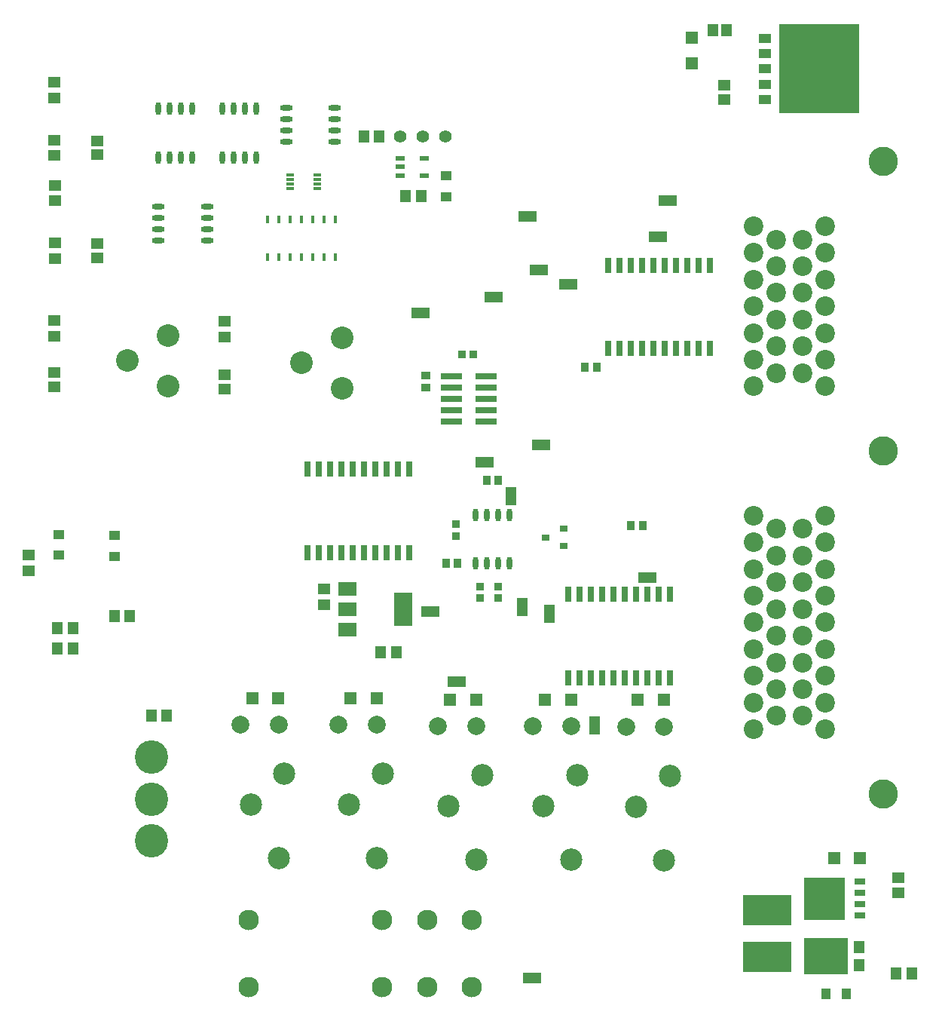
<source format=gbr>
%TF.GenerationSoftware,Altium Limited,Altium Designer,18.1.9 (240)*%
G04 Layer_Color=255*
%FSLAX26Y26*%
%MOIN*%
%TF.FileFunction,Pads,Top*%
%TF.Part,Single*%
G01*
G75*
%TA.AperFunction,SMDPad,CuDef*%
%ADD10O,0.057087X0.023622*%
%ADD11R,0.053937X0.042126*%
%ADD12R,0.053150X0.045276*%
%ADD13R,0.045276X0.053150*%
%ADD14R,0.051181X0.043307*%
%ADD15R,0.080709X0.045276*%
%ADD16R,0.045276X0.080709*%
%ADD17R,0.025591X0.068898*%
%ADD18R,0.035433X0.039370*%
%ADD19R,0.053150X0.057087*%
%ADD20R,0.094488X0.029921*%
%ADD21R,0.039370X0.035433*%
%ADD22R,0.033465X0.037402*%
%ADD23R,0.035433X0.031496*%
%ADD24R,0.037402X0.033465*%
%ADD25O,0.023622X0.057087*%
%ADD26R,0.035433X0.011811*%
%ADD27R,0.016535X0.035000*%
%ADD28R,0.039370X0.023622*%
%ADD29R,0.214567X0.137795*%
%ADD30R,0.043307X0.051181*%
%ADD31R,0.181102X0.185039*%
%ADD32R,0.045276X0.027559*%
%ADD33R,0.051181X0.057087*%
%ADD34R,0.192913X0.163386*%
%ADD35R,0.055118X0.051181*%
%ADD36R,0.057087X0.053150*%
%ADD37R,0.051181X0.055118*%
%ADD38R,0.078740X0.149606*%
%ADD39R,0.078740X0.059055*%
%ADD47R,0.354331X0.393701*%
%TA.AperFunction,ComponentPad*%
%ADD48C,0.147638*%
%ADD49C,0.090551*%
%ADD50C,0.098425*%
%ADD51C,0.078740*%
%ADD52C,0.129921*%
%ADD53C,0.086614*%
%ADD54C,0.100000*%
%ADD55C,0.055118*%
D10*
X8767283Y5525000D02*
D03*
Y5575000D02*
D03*
Y5425000D02*
D03*
Y5475000D02*
D03*
X8552717D02*
D03*
Y5575000D02*
D03*
Y5525000D02*
D03*
Y5425000D02*
D03*
X9117717Y6010000D02*
D03*
Y5960000D02*
D03*
Y5910000D02*
D03*
Y5860000D02*
D03*
X9332283Y6010000D02*
D03*
Y5960000D02*
D03*
Y5910000D02*
D03*
Y5860000D02*
D03*
D11*
X11233858Y6048189D02*
D03*
Y6115905D02*
D03*
Y6183622D02*
D03*
Y6251338D02*
D03*
Y6319055D02*
D03*
D12*
X7977165Y3965551D02*
D03*
Y4034449D02*
D03*
X9285000Y3884449D02*
D03*
Y3815551D02*
D03*
X11825000Y2609449D02*
D03*
Y2540551D02*
D03*
X8093000Y5869449D02*
D03*
Y5800551D02*
D03*
X8094000Y5414449D02*
D03*
Y5345551D02*
D03*
Y5669449D02*
D03*
Y5600551D02*
D03*
X8093000Y6124449D02*
D03*
Y6055551D02*
D03*
X8845000Y5067953D02*
D03*
Y4999055D02*
D03*
X8092000Y5071337D02*
D03*
Y5002439D02*
D03*
D13*
X8174449Y3710000D02*
D03*
X8105551D02*
D03*
X8426614Y3765000D02*
D03*
X8357717D02*
D03*
X8174449Y3620000D02*
D03*
X8105551D02*
D03*
X8520551Y3325000D02*
D03*
X8589449D02*
D03*
X9535551Y3605000D02*
D03*
X9604449D02*
D03*
X9529449Y5885000D02*
D03*
X9460551D02*
D03*
X9714449Y5620000D02*
D03*
X9645551D02*
D03*
X11884449Y2185000D02*
D03*
X11815551D02*
D03*
D14*
X8357165Y4029724D02*
D03*
Y4120276D02*
D03*
X8112165Y4034724D02*
D03*
Y4125276D02*
D03*
X9825000Y5710276D02*
D03*
Y5619724D02*
D03*
D15*
X10245000Y4520000D02*
D03*
X9870000Y3475000D02*
D03*
X10035000Y5175000D02*
D03*
X9710000Y5105000D02*
D03*
X10715000Y3935000D02*
D03*
X10185000Y5530000D02*
D03*
X9755000Y3785000D02*
D03*
X10235000Y5295000D02*
D03*
X10365000Y5230000D02*
D03*
X9995000Y4445000D02*
D03*
X10760000Y5440000D02*
D03*
X10805000Y5600000D02*
D03*
X10205000Y2165000D02*
D03*
D16*
X10160000Y3805000D02*
D03*
X10280000Y3775000D02*
D03*
X10480000Y3280276D02*
D03*
X10110000Y4295000D02*
D03*
D17*
X9660000Y4414055D02*
D03*
X9610000D02*
D03*
X9560000D02*
D03*
X9510000D02*
D03*
X9460000D02*
D03*
X9410000D02*
D03*
X9360000D02*
D03*
X9310000D02*
D03*
X9260000D02*
D03*
X9210000D02*
D03*
X9660000Y4045945D02*
D03*
X9610000D02*
D03*
X9560000D02*
D03*
X9510000D02*
D03*
X9460000D02*
D03*
X9410000D02*
D03*
X9360000D02*
D03*
X9310000D02*
D03*
X9260000D02*
D03*
X9210000D02*
D03*
X10365000Y3492284D02*
D03*
X10415000D02*
D03*
X10465000D02*
D03*
X10515000D02*
D03*
X10565000D02*
D03*
X10615000D02*
D03*
X10665000D02*
D03*
X10715000D02*
D03*
X10765000D02*
D03*
X10815000D02*
D03*
X10365000Y3860394D02*
D03*
X10415000D02*
D03*
X10465000D02*
D03*
X10515000D02*
D03*
X10565000D02*
D03*
X10615000D02*
D03*
X10665000D02*
D03*
X10715000D02*
D03*
X10765000D02*
D03*
X10815000D02*
D03*
X10540000Y4946890D02*
D03*
X10590000D02*
D03*
X10640000D02*
D03*
X10690000D02*
D03*
X10740000D02*
D03*
X10790000D02*
D03*
X10840000D02*
D03*
X10890000D02*
D03*
X10940000D02*
D03*
X10990000D02*
D03*
X10540000Y5315000D02*
D03*
X10590000D02*
D03*
X10640000D02*
D03*
X10690000D02*
D03*
X10740000D02*
D03*
X10790000D02*
D03*
X10840000D02*
D03*
X10890000D02*
D03*
X10940000D02*
D03*
X10990000D02*
D03*
D18*
X10641850Y4165834D02*
D03*
X10695000D02*
D03*
X10003425Y4365000D02*
D03*
X10056575D02*
D03*
X9876575Y3997717D02*
D03*
X9823425D02*
D03*
X10438425Y4865000D02*
D03*
X10491575D02*
D03*
D19*
X9083071Y3401299D02*
D03*
X8966929D02*
D03*
X9518071D02*
D03*
X9401929D02*
D03*
X9958071Y3395000D02*
D03*
X9841929D02*
D03*
X10788071D02*
D03*
X10671929D02*
D03*
X10378071D02*
D03*
X10261929D02*
D03*
X11540000Y2695000D02*
D03*
X11656142D02*
D03*
D20*
X10001772Y4625000D02*
D03*
X9848228D02*
D03*
X10001772Y4675000D02*
D03*
X9848228D02*
D03*
X10001772Y4725000D02*
D03*
X9848228D02*
D03*
X10001772Y4775000D02*
D03*
X9848228D02*
D03*
X10001772Y4825000D02*
D03*
X9848228D02*
D03*
D21*
X9735000Y4826575D02*
D03*
Y4773425D02*
D03*
D22*
X9945591Y4920000D02*
D03*
X9894409D02*
D03*
D23*
X10266260Y4112599D02*
D03*
X10345000Y4150000D02*
D03*
Y4075197D02*
D03*
D24*
X9866732Y4170591D02*
D03*
Y4119409D02*
D03*
X10055000Y3845000D02*
D03*
Y3896181D02*
D03*
X9975000Y3895591D02*
D03*
Y3844410D02*
D03*
D25*
X9955000Y3997717D02*
D03*
X10005000D02*
D03*
X10055000D02*
D03*
X10105000D02*
D03*
X9955000Y4212283D02*
D03*
X10005000D02*
D03*
X10055000D02*
D03*
X10105000D02*
D03*
X8700000Y6007283D02*
D03*
X8650000D02*
D03*
X8600000D02*
D03*
X8550000D02*
D03*
X8700000Y5792717D02*
D03*
X8650000D02*
D03*
X8600000D02*
D03*
X8550000D02*
D03*
X8985000Y6007283D02*
D03*
X8935000D02*
D03*
X8885000D02*
D03*
X8835000D02*
D03*
X8985000Y5792717D02*
D03*
X8935000D02*
D03*
X8885000D02*
D03*
X8835000D02*
D03*
D26*
X9256024Y5655472D02*
D03*
Y5675157D02*
D03*
Y5694842D02*
D03*
Y5714528D02*
D03*
X9133976Y5655472D02*
D03*
Y5675157D02*
D03*
Y5694842D02*
D03*
Y5714528D02*
D03*
D27*
X9035000Y5352106D02*
D03*
X9085000D02*
D03*
X9135000D02*
D03*
X9185000D02*
D03*
X9235000D02*
D03*
X9285000D02*
D03*
X9335000D02*
D03*
X9035000Y5517894D02*
D03*
X9085000D02*
D03*
X9135000D02*
D03*
X9185000D02*
D03*
X9235000D02*
D03*
X9285000D02*
D03*
X9335000D02*
D03*
D28*
X9729134Y5787402D02*
D03*
Y5712599D02*
D03*
X9620866D02*
D03*
Y5750000D02*
D03*
Y5787402D02*
D03*
D29*
X11245000Y2256654D02*
D03*
Y2463347D02*
D03*
D30*
X11504449Y2095000D02*
D03*
X11595000D02*
D03*
D31*
X11498819Y2515000D02*
D03*
D32*
X11656299Y2590000D02*
D03*
Y2540000D02*
D03*
Y2490000D02*
D03*
Y2440000D02*
D03*
D33*
X11650000Y2220000D02*
D03*
Y2300000D02*
D03*
D34*
X11504055Y2260000D02*
D03*
D35*
X8281000Y5411496D02*
D03*
Y5348504D02*
D03*
X8280000Y5866496D02*
D03*
Y5803504D02*
D03*
X8845000Y4831496D02*
D03*
Y4768504D02*
D03*
X8092000Y4841496D02*
D03*
Y4778504D02*
D03*
X11055000Y6048504D02*
D03*
Y6111496D02*
D03*
D36*
X10910000Y6323071D02*
D03*
Y6206929D02*
D03*
D37*
X11003504Y6355000D02*
D03*
X11066496D02*
D03*
D38*
X9635000Y3795669D02*
D03*
D39*
X9386969Y3705118D02*
D03*
Y3795669D02*
D03*
Y3886220D02*
D03*
D47*
X11475000Y6183622D02*
D03*
D48*
X8520000Y2769961D02*
D03*
Y2955000D02*
D03*
Y3140039D02*
D03*
D49*
X8952598Y2420000D02*
D03*
Y2124724D02*
D03*
X9740000D02*
D03*
X9543150D02*
D03*
X9740000Y2420000D02*
D03*
X9543150D02*
D03*
X9936850Y2124724D02*
D03*
Y2420000D02*
D03*
D50*
X9959016Y2688780D02*
D03*
X9984606Y3062795D02*
D03*
X9835000Y2925000D02*
D03*
X9084016Y2695079D02*
D03*
X9109606Y3069094D02*
D03*
X8960000Y2931299D02*
D03*
X10379016Y2688780D02*
D03*
X10404606Y3062795D02*
D03*
X10255000Y2925000D02*
D03*
X9519016Y2695079D02*
D03*
X9544606Y3069094D02*
D03*
X9395000Y2931299D02*
D03*
X10789449Y2685000D02*
D03*
X10815039Y3059016D02*
D03*
X10665433Y2921220D02*
D03*
D51*
X9789724Y3279331D02*
D03*
X9959016D02*
D03*
X8914724Y3285630D02*
D03*
X9084016D02*
D03*
X10209724Y3279331D02*
D03*
X10379016D02*
D03*
X9349724Y3285630D02*
D03*
X9519016D02*
D03*
X10620157Y3275551D02*
D03*
X10789449D02*
D03*
D52*
X11757441Y2978740D02*
D03*
Y4494488D02*
D03*
Y5774016D02*
D03*
D53*
X11186575Y5488583D02*
D03*
Y5370472D02*
D03*
Y5252362D02*
D03*
Y5134252D02*
D03*
Y5016142D02*
D03*
Y4898032D02*
D03*
Y4779921D02*
D03*
X11285000Y5429528D02*
D03*
Y5311417D02*
D03*
Y5193307D02*
D03*
Y5075197D02*
D03*
Y4957087D02*
D03*
Y4838976D02*
D03*
X11403110Y5429528D02*
D03*
Y5311417D02*
D03*
Y5193307D02*
D03*
Y5075197D02*
D03*
Y4957087D02*
D03*
Y4838976D02*
D03*
X11501535Y5488583D02*
D03*
Y5370472D02*
D03*
Y5252362D02*
D03*
Y5134252D02*
D03*
Y5016142D02*
D03*
Y4898032D02*
D03*
Y4779921D02*
D03*
Y3264173D02*
D03*
Y3382284D02*
D03*
Y3500394D02*
D03*
Y3618504D02*
D03*
Y3736614D02*
D03*
Y3854724D02*
D03*
Y3972835D02*
D03*
Y4090945D02*
D03*
Y4209055D02*
D03*
X11403110Y3323228D02*
D03*
Y3441339D02*
D03*
Y3559449D02*
D03*
Y3677559D02*
D03*
Y3795669D02*
D03*
Y3913780D02*
D03*
Y4031890D02*
D03*
Y4150000D02*
D03*
X11285000Y3323228D02*
D03*
Y3441339D02*
D03*
Y3559449D02*
D03*
Y3677559D02*
D03*
Y3795669D02*
D03*
Y3913780D02*
D03*
Y4031890D02*
D03*
Y4150000D02*
D03*
X11186575Y3264173D02*
D03*
Y3382284D02*
D03*
Y3500394D02*
D03*
Y3618504D02*
D03*
Y3736614D02*
D03*
Y3854724D02*
D03*
Y3972835D02*
D03*
Y4090945D02*
D03*
Y4209055D02*
D03*
D54*
X8593938Y5006380D02*
D03*
Y4782754D02*
D03*
X8415000Y4894567D02*
D03*
X9363938Y4995947D02*
D03*
Y4772321D02*
D03*
X9185000Y4884134D02*
D03*
D55*
X9820000Y5885000D02*
D03*
X9720000D02*
D03*
X9620000D02*
D03*
%TF.MD5,1b47d8d6260b8e96736ae7710e3ab1a1*%
M02*

</source>
